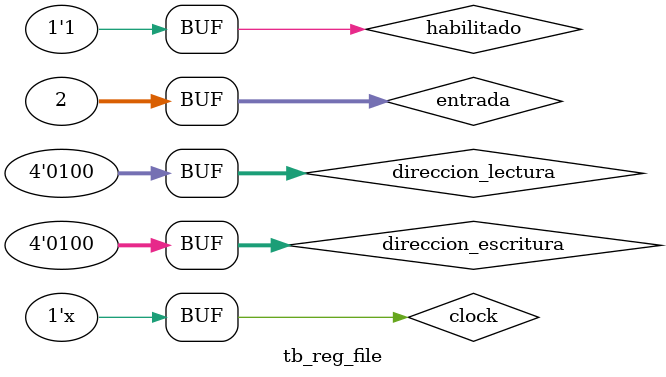
<source format=v>
`timescale 1ns / 1ps


module tb_reg_file;
    reg habilitado, clock;
    reg [31:0] entrada;
    reg [3:0] direccion_lectura,direccion_escritura;
    wire [31:0] salida;
    
    reg_file #(.W(4))
        instruction_memory(
        .clk(clock),
        .wr_en(habilitado),
        .w_addr(direccion_escritura),
        .r_addr(direccion_lectura),
        .w_data(entrada),
        
        .r_data(salida)
        );
        
    initial
    begin
        clock=0;
        habilitado=1;
        entrada=2;
        direccion_escritura=4;
        direccion_lectura=0;
        #1
        direccion_lectura=4;
    end
    
    always
    begin
    #1
    clock=~clock;
    end
endmodule

</source>
